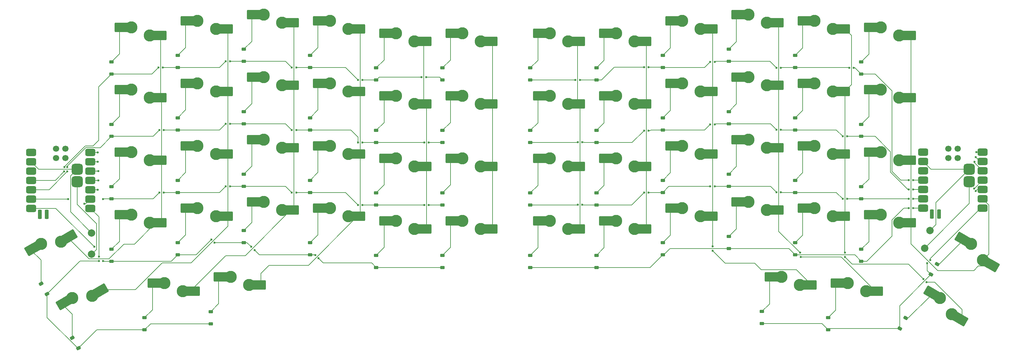
<source format=gbr>
%TF.GenerationSoftware,KiCad,Pcbnew,9.0.6*%
%TF.CreationDate,2025-12-03T21:27:50-05:00*%
%TF.ProjectId,VoyagerSplitKicad,566f7961-6765-4725-9370-6c69744b6963,rev?*%
%TF.SameCoordinates,Original*%
%TF.FileFunction,Copper,L2,Bot*%
%TF.FilePolarity,Positive*%
%FSLAX46Y46*%
G04 Gerber Fmt 4.6, Leading zero omitted, Abs format (unit mm)*
G04 Created by KiCad (PCBNEW 9.0.6) date 2025-12-03 21:27:50*
%MOMM*%
%LPD*%
G01*
G04 APERTURE LIST*
G04 Aperture macros list*
%AMRoundRect*
0 Rectangle with rounded corners*
0 $1 Rounding radius*
0 $2 $3 $4 $5 $6 $7 $8 $9 X,Y pos of 4 corners*
0 Add a 4 corners polygon primitive as box body*
4,1,4,$2,$3,$4,$5,$6,$7,$8,$9,$2,$3,0*
0 Add four circle primitives for the rounded corners*
1,1,$1+$1,$2,$3*
1,1,$1+$1,$4,$5*
1,1,$1+$1,$6,$7*
1,1,$1+$1,$8,$9*
0 Add four rect primitives between the rounded corners*
20,1,$1+$1,$2,$3,$4,$5,0*
20,1,$1+$1,$4,$5,$6,$7,0*
20,1,$1+$1,$6,$7,$8,$9,0*
20,1,$1+$1,$8,$9,$2,$3,0*%
%AMRotRect*
0 Rectangle, with rotation*
0 The origin of the aperture is its center*
0 $1 length*
0 $2 width*
0 $3 Rotation angle, in degrees counterclockwise*
0 Add horizontal line*
21,1,$1,$2,0,0,$3*%
G04 Aperture macros list end*
%TA.AperFunction,ComponentPad*%
%ADD10C,3.300000*%
%TD*%
%TA.AperFunction,SMDPad,CuDef*%
%ADD11R,1.200000X2.600000*%
%TD*%
%TA.AperFunction,SMDPad,CuDef*%
%ADD12RoundRect,0.260000X-1.065000X-1.040000X1.065000X-1.040000X1.065000X1.040000X-1.065000X1.040000X0*%
%TD*%
%TA.AperFunction,SMDPad,CuDef*%
%ADD13RoundRect,0.500000X0.875000X0.500000X-0.875000X0.500000X-0.875000X-0.500000X0.875000X-0.500000X0*%
%TD*%
%TA.AperFunction,ComponentPad*%
%ADD14RoundRect,0.750000X-0.750000X-0.750000X0.750000X-0.750000X0.750000X0.750000X-0.750000X0.750000X0*%
%TD*%
%TA.AperFunction,SMDPad,CuDef*%
%ADD15RoundRect,0.275000X-0.275000X0.975000X-0.275000X-0.975000X0.275000X-0.975000X0.275000X0.975000X0*%
%TD*%
%TA.AperFunction,SMDPad,CuDef*%
%ADD16C,1.700000*%
%TD*%
%TA.AperFunction,SMDPad,CuDef*%
%ADD17RoundRect,0.225000X0.375000X-0.225000X0.375000X0.225000X-0.375000X0.225000X-0.375000X-0.225000X0*%
%TD*%
%TA.AperFunction,SMDPad,CuDef*%
%ADD18C,2.000000*%
%TD*%
%TA.AperFunction,SMDPad,CuDef*%
%ADD19RotRect,1.200000X2.600000X330.000000*%
%TD*%
%TA.AperFunction,SMDPad,CuDef*%
%ADD20RoundRect,0.260000X-1.442317X-0.368166X0.402317X-1.433166X1.442317X0.368166X-0.402317X1.433166X0*%
%TD*%
%TA.AperFunction,SMDPad,CuDef*%
%ADD21RotRect,1.200000X2.600000X150.000000*%
%TD*%
%TA.AperFunction,SMDPad,CuDef*%
%ADD22RotRect,1.200000X2.600000X30.000000*%
%TD*%
%TA.AperFunction,SMDPad,CuDef*%
%ADD23RoundRect,0.260000X-0.402317X-1.433166X1.442317X-0.368166X0.402317X1.433166X-1.442317X0.368166X0*%
%TD*%
%TA.AperFunction,SMDPad,CuDef*%
%ADD24RotRect,1.200000X2.600000X210.000000*%
%TD*%
%TA.AperFunction,SMDPad,CuDef*%
%ADD25RoundRect,0.225000X0.437260X-0.007356X0.212260X0.382356X-0.437260X0.007356X-0.212260X-0.382356X0*%
%TD*%
%TA.AperFunction,SMDPad,CuDef*%
%ADD26RoundRect,0.225000X0.212260X-0.382356X0.437260X0.007356X-0.212260X0.382356X-0.437260X-0.007356X0*%
%TD*%
%TA.AperFunction,ViaPad*%
%ADD27C,0.600000*%
%TD*%
%TA.AperFunction,Conductor*%
%ADD28C,0.200000*%
%TD*%
G04 APERTURE END LIST*
D10*
%TO.P,SW27,1,1*%
%TO.N,/right/COL2*%
X154400000Y-130500000D03*
D11*
X155950000Y-130500000D03*
D12*
X157645000Y-130500000D03*
%TO.P,SW27,2,2*%
%TO.N,Net-(D27-A)*%
X146155000Y-128300000D03*
D11*
X147850000Y-128300000D03*
D10*
X149400000Y-128300000D03*
%TD*%
D13*
%TO.P,U1,1,P0.02_A0_D0*%
%TO.N,/left/COL0*%
X326896500Y-130041300D03*
%TO.P,U1,2,P0.03_A1_D1*%
%TO.N,/left/COL1*%
X326896500Y-132581300D03*
%TO.P,U1,3,P0.28_A2_D2*%
%TO.N,/left/COL2*%
X326896500Y-135121300D03*
%TO.P,U1,4,P0.29_A3_D3*%
%TO.N,/left/COL3*%
X326896500Y-137661300D03*
%TO.P,U1,5,P0.04_A4_D4_SDA*%
%TO.N,/left/COL4*%
X326896500Y-140201300D03*
%TO.P,U1,6,P0.05_A5_D5_SCL*%
%TO.N,/left/COL5*%
X326896500Y-142741300D03*
%TO.P,U1,7,P1.11_D6_TX*%
%TO.N,/left/ROW4*%
X326896500Y-145281300D03*
%TO.P,U1,8,P1.12_D7_RX*%
%TO.N,/left/ROW3*%
X310731500Y-145281300D03*
%TO.P,U1,9,P1.13_D8_SCK*%
%TO.N,/left/ROW2*%
X310731500Y-142741300D03*
%TO.P,U1,10,P1.14_D9_MISO*%
%TO.N,/left/ROW1*%
X310731500Y-140201300D03*
%TO.P,U1,11,P1.15_D10_MOSI*%
%TO.N,/left/ROW0*%
X310731500Y-137661300D03*
%TO.P,U1,12,3V3*%
%TO.N,unconnected-(U1-3V3-Pad12)*%
X310731500Y-135121300D03*
%TO.P,U1,13,GND*%
%TO.N,GND*%
X310731500Y-132581300D03*
%TO.P,U1,14,5V*%
%TO.N,unconnected-(U1-5V-Pad14)*%
X310731500Y-130041300D03*
D14*
%TO.P,U1,15,BAT*%
%TO.N,/left/VBAT*%
X323286500Y-138061300D03*
%TO.P,U1,16,GND*%
%TO.N,GND*%
X323286500Y-134661300D03*
D15*
%TO.P,U1,17,NFC1*%
%TO.N,unconnected-(U1-NFC1-Pad17)*%
X315031500Y-146898200D03*
%TO.P,U1,18,NFC2*%
%TO.N,unconnected-(U1-NFC2-Pad18)*%
X313126500Y-146898200D03*
D16*
%TO.P,U1,19,PA31_SWDIO*%
%TO.N,unconnected-(U1-PA31_SWDIO-Pad19)*%
X320111500Y-129092800D03*
%TO.P,U1,20,PA30_SWCLK*%
%TO.N,unconnected-(U1-PA30_SWCLK-Pad20)*%
X317571500Y-129092800D03*
%TO.P,U1,21,RESET*%
%TO.N,unconnected-(U1-RESET-Pad21)*%
X320111500Y-131632800D03*
%TO.P,U1,22,GND*%
%TO.N,unconnected-(U1-GND-Pad22)*%
X317571500Y-131632800D03*
%TD*%
D17*
%TO.P,D57,1,K*%
%TO.N,/right/ROW4*%
X117001002Y-176750000D03*
%TO.P,D57,2,A*%
%TO.N,Net-(D57-A)*%
X117001002Y-173450000D03*
%TD*%
D18*
%TO.P,TP4,1,1*%
%TO.N,GND*%
X84600000Y-152000000D03*
%TD*%
D10*
%TO.P,SW17,1,1*%
%TO.N,/left/COL2*%
X250201000Y-96499500D03*
D11*
X251751000Y-96499500D03*
D12*
X253446000Y-96499500D03*
%TO.P,SW17,2,2*%
%TO.N,Net-(D17-A)*%
X241956000Y-94299500D03*
D11*
X243651000Y-94299500D03*
D10*
X245201000Y-94299500D03*
%TD*%
%TO.P,SW15,1,1*%
%TO.N,/right/COL1*%
X172400000Y-133900000D03*
D11*
X173950000Y-133900000D03*
D12*
X175645000Y-133900000D03*
%TO.P,SW15,2,2*%
%TO.N,Net-(D15-A)*%
X164155000Y-131700000D03*
D11*
X165850000Y-131700000D03*
D10*
X167400000Y-131700000D03*
%TD*%
%TO.P,SW25,1,1*%
%TO.N,/right/COL2*%
X154400000Y-96500000D03*
D11*
X155950000Y-96500000D03*
D12*
X157645000Y-96500000D03*
%TO.P,SW25,2,2*%
%TO.N,Net-(D25-A)*%
X146155000Y-94300000D03*
D11*
X147850000Y-94300000D03*
D10*
X149400000Y-94300000D03*
%TD*%
D17*
%TO.P,D24,1,K*%
%TO.N,/left/ROW3*%
X257901000Y-156299500D03*
%TO.P,D24,2,A*%
%TO.N,Net-(D24-A)*%
X257901000Y-152999500D03*
%TD*%
%TO.P,D41,1,K*%
%TO.N,/right/ROW0*%
X108000000Y-107000000D03*
%TO.P,D41,2,A*%
%TO.N,Net-(D41-A)*%
X108000000Y-103700000D03*
%TD*%
D10*
%TO.P,SW53,1,1*%
%TO.N,/left/COL4*%
X318506127Y-174101905D03*
D19*
X319848466Y-174876905D03*
D20*
X321316379Y-175724405D03*
%TO.P,SW53,2,2*%
%TO.N,Net-(D53-A)*%
X312465748Y-168074149D03*
D21*
X313933661Y-168921649D03*
D10*
X315276000Y-169696649D03*
%TD*%
%TO.P,SW46,1,1*%
%TO.N,/right/COL5*%
X100400002Y-115250000D03*
D11*
X101950002Y-115250000D03*
D12*
X103645002Y-115250000D03*
%TO.P,SW46,2,2*%
%TO.N,Net-(D46-A)*%
X92155002Y-113050000D03*
D11*
X93850002Y-113050000D03*
D10*
X95400002Y-113050000D03*
%TD*%
%TO.P,SW18,1,1*%
%TO.N,/left/COL2*%
X250201000Y-113499500D03*
D11*
X251751000Y-113499500D03*
D12*
X253446000Y-113499500D03*
%TO.P,SW18,2,2*%
%TO.N,Net-(D18-A)*%
X241956000Y-111299500D03*
D11*
X243651000Y-111299500D03*
D10*
X245201000Y-111299500D03*
%TD*%
D17*
%TO.P,D20,1,K*%
%TO.N,/left/ROW3*%
X239901000Y-157999500D03*
%TO.P,D20,2,A*%
%TO.N,Net-(D20-A)*%
X239901000Y-154699500D03*
%TD*%
D10*
%TO.P,SW40,1,1*%
%TO.N,/left/COL5*%
X304201000Y-149249500D03*
D11*
X305751000Y-149249500D03*
D12*
X307446000Y-149249500D03*
%TO.P,SW40,2,2*%
%TO.N,Net-(D40-A)*%
X295956000Y-147049500D03*
D11*
X297651000Y-147049500D03*
D10*
X299201000Y-147049500D03*
%TD*%
D17*
%TO.P,D37,1,K*%
%TO.N,/left/ROW0*%
X293901000Y-108749500D03*
%TO.P,D37,2,A*%
%TO.N,Net-(D37-A)*%
X293901000Y-105449500D03*
%TD*%
%TO.P,D39,1,K*%
%TO.N,/left/ROW2*%
X293901000Y-142749500D03*
%TO.P,D39,2,A*%
%TO.N,Net-(D39-A)*%
X293901000Y-139449500D03*
%TD*%
D10*
%TO.P,SW44,1,1*%
%TO.N,/right/COL4*%
X118400000Y-147500000D03*
D11*
X119950000Y-147500000D03*
D12*
X121645000Y-147500000D03*
%TO.P,SW44,2,2*%
%TO.N,Net-(D44-A)*%
X110155000Y-145300000D03*
D11*
X111850000Y-145300000D03*
D10*
X113400000Y-145300000D03*
%TD*%
%TO.P,SW38,1,1*%
%TO.N,/left/COL5*%
X304201000Y-115249500D03*
D11*
X305751000Y-115249500D03*
D12*
X307446000Y-115249500D03*
%TO.P,SW38,2,2*%
%TO.N,Net-(D38-A)*%
X295956000Y-113049500D03*
D11*
X297651000Y-113049500D03*
D10*
X299201000Y-113049500D03*
%TD*%
D17*
%TO.P,D16,1,K*%
%TO.N,/right/ROW3*%
X162000000Y-161400000D03*
%TO.P,D16,2,A*%
%TO.N,Net-(D16-A)*%
X162000000Y-158100000D03*
%TD*%
%TO.P,D44,1,K*%
%TO.N,/right/ROW3*%
X108000000Y-158000000D03*
%TO.P,D44,2,A*%
%TO.N,Net-(D44-A)*%
X108000000Y-154700000D03*
%TD*%
D10*
%TO.P,SW60,1,1*%
%TO.N,/right/COL5*%
X76254127Y-154378972D03*
D22*
X77596466Y-153603972D03*
D23*
X79064379Y-152756472D03*
%TO.P,SW60,2,2*%
%TO.N,Net-(D60-A)*%
X68013748Y-156596216D03*
D24*
X69481661Y-155748716D03*
D10*
X70824000Y-154973716D03*
%TD*%
D17*
%TO.P,D21,1,K*%
%TO.N,/left/ROW0*%
X257901000Y-105299500D03*
%TO.P,D21,2,A*%
%TO.N,Net-(D21-A)*%
X257901000Y-101999500D03*
%TD*%
D10*
%TO.P,SW58,1,1*%
%TO.N,/right/COL3*%
X109401000Y-167900000D03*
D11*
X110951000Y-167900000D03*
D12*
X112646000Y-167900000D03*
%TO.P,SW58,2,2*%
%TO.N,Net-(D58-A)*%
X101156000Y-165700000D03*
D11*
X102851000Y-165700000D03*
D10*
X104401000Y-165700000D03*
%TD*%
%TO.P,SW11,1,1*%
%TO.N,/left/COL1*%
X232201000Y-133899500D03*
D11*
X233751000Y-133899500D03*
D12*
X235446000Y-133899500D03*
%TO.P,SW11,2,2*%
%TO.N,Net-(D11-A)*%
X223956000Y-131699500D03*
D11*
X225651000Y-131699500D03*
D10*
X227201000Y-131699500D03*
%TD*%
D17*
%TO.P,D4,1,K*%
%TO.N,/right/ROW0*%
X162000000Y-110400000D03*
%TO.P,D4,2,A*%
%TO.N,Net-(D4-A)*%
X162000000Y-107100000D03*
%TD*%
%TO.P,D14,1,K*%
%TO.N,/right/ROW3*%
X180000000Y-161400000D03*
%TO.P,D14,2,A*%
%TO.N,Net-(D14-A)*%
X180000000Y-158100000D03*
%TD*%
D10*
%TO.P,SW42,1,1*%
%TO.N,/right/COL4*%
X118400000Y-113500000D03*
D11*
X119950000Y-113500000D03*
D12*
X121645000Y-113500000D03*
%TO.P,SW42,2,2*%
%TO.N,Net-(D42-A)*%
X110155000Y-111300000D03*
D11*
X111850000Y-111300000D03*
D10*
X113400000Y-111300000D03*
%TD*%
%TO.P,SW41,1,1*%
%TO.N,/right/COL4*%
X118400000Y-96500000D03*
D11*
X119950000Y-96500000D03*
D12*
X121645000Y-96500000D03*
%TO.P,SW41,2,2*%
%TO.N,Net-(D41-A)*%
X110155000Y-94300000D03*
D11*
X111850000Y-94300000D03*
D10*
X113400000Y-94300000D03*
%TD*%
%TO.P,SW51,1,1*%
%TO.N,/left/COL2*%
X277189141Y-166199500D03*
D11*
X278739141Y-166199500D03*
D12*
X280434141Y-166199500D03*
%TO.P,SW51,2,2*%
%TO.N,Net-(D51-A)*%
X268944141Y-163999500D03*
D11*
X270639141Y-163999500D03*
D10*
X272189141Y-163999500D03*
%TD*%
%TO.P,SW43,1,1*%
%TO.N,/right/COL4*%
X118400000Y-130500000D03*
D11*
X119950000Y-130500000D03*
D12*
X121645000Y-130500000D03*
%TO.P,SW43,2,2*%
%TO.N,Net-(D43-A)*%
X110155000Y-128300000D03*
D11*
X111850000Y-128300000D03*
D10*
X113400000Y-128300000D03*
%TD*%
D17*
%TO.P,D32,1,K*%
%TO.N,/right/ROW3*%
X126000002Y-154650000D03*
%TO.P,D32,2,A*%
%TO.N,Net-(D32-A)*%
X126000002Y-151350000D03*
%TD*%
%TO.P,D29,1,K*%
%TO.N,/right/ROW0*%
X126000000Y-105300000D03*
%TO.P,D29,2,A*%
%TO.N,Net-(D29-A)*%
X126000000Y-102000000D03*
%TD*%
%TO.P,D3,1,K*%
%TO.N,/left/ROW0*%
X221901000Y-110399500D03*
%TO.P,D3,2,A*%
%TO.N,Net-(D3-A)*%
X221901000Y-107099500D03*
%TD*%
D10*
%TO.P,SW1,1,1*%
%TO.N,/left/COL0*%
X214201000Y-99899500D03*
D11*
X215751000Y-99899500D03*
D12*
X217446000Y-99899500D03*
%TO.P,SW1,2,2*%
%TO.N,Net-(D1-A)*%
X205956000Y-97699500D03*
D11*
X207651000Y-97699500D03*
D10*
X209201000Y-97699500D03*
%TD*%
%TO.P,SW29,1,1*%
%TO.N,/right/COL3*%
X136400000Y-94800000D03*
D11*
X137950000Y-94800000D03*
D12*
X139645000Y-94800000D03*
%TO.P,SW29,2,2*%
%TO.N,Net-(D29-A)*%
X128155000Y-92600000D03*
D11*
X129850000Y-92600000D03*
D10*
X131400000Y-92600000D03*
%TD*%
D17*
%TO.P,D52,1,K*%
%TO.N,/left/ROW4*%
X284889141Y-178399500D03*
%TO.P,D52,2,A*%
%TO.N,Net-(D52-A)*%
X284889141Y-175099500D03*
%TD*%
D10*
%TO.P,SW19,1,1*%
%TO.N,/left/COL2*%
X250201000Y-130499500D03*
D11*
X251751000Y-130499500D03*
D12*
X253446000Y-130499500D03*
%TO.P,SW19,2,2*%
%TO.N,Net-(D19-A)*%
X241956000Y-128299500D03*
D11*
X243651000Y-128299500D03*
D10*
X245201000Y-128299500D03*
%TD*%
%TO.P,SW21,1,1*%
%TO.N,/left/COL3*%
X268200000Y-94798500D03*
D11*
X269750000Y-94798500D03*
D12*
X271445000Y-94798500D03*
%TO.P,SW21,2,2*%
%TO.N,Net-(D21-A)*%
X259955000Y-92598500D03*
D11*
X261650000Y-92598500D03*
D10*
X263200000Y-92598500D03*
%TD*%
D17*
%TO.P,D35,1,K*%
%TO.N,/left/ROW2*%
X275901000Y-140999500D03*
%TO.P,D35,2,A*%
%TO.N,Net-(D35-A)*%
X275901000Y-137699500D03*
%TD*%
D10*
%TO.P,SW59,1,1*%
%TO.N,/right/COL4*%
X84754127Y-169101405D03*
D22*
X86096466Y-168326405D03*
D23*
X87564379Y-167478905D03*
%TO.P,SW59,2,2*%
%TO.N,Net-(D59-A)*%
X76513748Y-171318649D03*
D24*
X77981661Y-170471149D03*
D10*
X79324000Y-169696149D03*
%TD*%
D17*
%TO.P,D27,1,K*%
%TO.N,/right/ROW2*%
X144000000Y-141000000D03*
%TO.P,D27,2,A*%
%TO.N,Net-(D27-A)*%
X144000000Y-137700000D03*
%TD*%
%TO.P,D47,1,K*%
%TO.N,/right/ROW2*%
X90000002Y-142750000D03*
%TO.P,D47,2,A*%
%TO.N,Net-(D47-A)*%
X90000002Y-139450000D03*
%TD*%
D10*
%TO.P,SW12,1,1*%
%TO.N,/left/COL1*%
X232201000Y-150899500D03*
D11*
X233751000Y-150899500D03*
D12*
X235446000Y-150899500D03*
%TO.P,SW12,2,2*%
%TO.N,Net-(D12-A)*%
X223956000Y-148699500D03*
D11*
X225651000Y-148699500D03*
D10*
X227201000Y-148699500D03*
%TD*%
%TO.P,SW57,1,1*%
%TO.N,/right/COL2*%
X127401000Y-166200000D03*
D11*
X128951000Y-166200000D03*
D12*
X130646000Y-166200000D03*
%TO.P,SW57,2,2*%
%TO.N,Net-(D57-A)*%
X119156000Y-164000000D03*
D11*
X120851000Y-164000000D03*
D10*
X122401000Y-164000000D03*
%TD*%
%TO.P,SW45,1,1*%
%TO.N,/right/COL5*%
X100400002Y-98250000D03*
D11*
X101950002Y-98250000D03*
D12*
X103645002Y-98250000D03*
%TO.P,SW45,2,2*%
%TO.N,Net-(D45-A)*%
X92155002Y-96050000D03*
D11*
X93850002Y-96050000D03*
D10*
X95400002Y-96050000D03*
%TD*%
D17*
%TO.P,D30,1,K*%
%TO.N,/right/ROW1*%
X126000000Y-122300000D03*
%TO.P,D30,2,A*%
%TO.N,Net-(D30-A)*%
X126000000Y-119000000D03*
%TD*%
%TO.P,D31,1,K*%
%TO.N,/right/ROW2*%
X126000000Y-139300000D03*
%TO.P,D31,2,A*%
%TO.N,Net-(D31-A)*%
X126000000Y-136000000D03*
%TD*%
D10*
%TO.P,SW33,1,1*%
%TO.N,/left/COL4*%
X286201000Y-96499500D03*
D11*
X287751000Y-96499500D03*
D12*
X289446000Y-96499500D03*
%TO.P,SW33,2,2*%
%TO.N,Net-(D33-A)*%
X277956000Y-94299500D03*
D11*
X279651000Y-94299500D03*
D10*
X281201000Y-94299500D03*
%TD*%
%TO.P,SW34,1,1*%
%TO.N,/left/COL4*%
X286201000Y-113499500D03*
D11*
X287751000Y-113499500D03*
D12*
X289446000Y-113499500D03*
%TO.P,SW34,2,2*%
%TO.N,Net-(D34-A)*%
X277956000Y-111299500D03*
D11*
X279651000Y-111299500D03*
D10*
X281201000Y-111299500D03*
%TD*%
D17*
%TO.P,D38,1,K*%
%TO.N,/left/ROW1*%
X293901000Y-125749500D03*
%TO.P,D38,2,A*%
%TO.N,Net-(D38-A)*%
X293901000Y-122449500D03*
%TD*%
D10*
%TO.P,SW39,1,1*%
%TO.N,/left/COL5*%
X304201000Y-132249500D03*
D11*
X305751000Y-132249500D03*
D12*
X307446000Y-132249500D03*
%TO.P,SW39,2,2*%
%TO.N,Net-(D39-A)*%
X295956000Y-130049500D03*
D11*
X297651000Y-130049500D03*
D10*
X299201000Y-130049500D03*
%TD*%
D18*
%TO.P,TP2,1,1*%
%TO.N,/right/VBAT*%
X84600000Y-157800000D03*
%TD*%
D17*
%TO.P,D51,1,K*%
%TO.N,/left/ROW4*%
X266889141Y-176699500D03*
%TO.P,D51,2,A*%
%TO.N,Net-(D51-A)*%
X266889141Y-173399500D03*
%TD*%
%TO.P,D23,1,K*%
%TO.N,/left/ROW2*%
X257901000Y-139299500D03*
%TO.P,D23,2,A*%
%TO.N,Net-(D23-A)*%
X257901000Y-135999500D03*
%TD*%
%TO.P,D33,1,K*%
%TO.N,/left/ROW0*%
X275901000Y-106999500D03*
%TO.P,D33,2,A*%
%TO.N,Net-(D33-A)*%
X275901000Y-103699500D03*
%TD*%
D10*
%TO.P,SW37,1,1*%
%TO.N,/left/COL5*%
X304201000Y-98249500D03*
D11*
X305751000Y-98249500D03*
D12*
X307446000Y-98249500D03*
%TO.P,SW37,2,2*%
%TO.N,Net-(D37-A)*%
X295956000Y-96049500D03*
D11*
X297651000Y-96049500D03*
D10*
X299201000Y-96049500D03*
%TD*%
D17*
%TO.P,D7,1,K*%
%TO.N,/right/ROW1*%
X180000000Y-127400000D03*
%TO.P,D7,2,A*%
%TO.N,Net-(D7-A)*%
X180000000Y-124100000D03*
%TD*%
%TO.P,D22,1,K*%
%TO.N,/left/ROW1*%
X257901000Y-122299500D03*
%TO.P,D22,2,A*%
%TO.N,Net-(D22-A)*%
X257901000Y-118999500D03*
%TD*%
D10*
%TO.P,SW16,1,1*%
%TO.N,/right/COL1*%
X172400000Y-150900000D03*
D11*
X173950000Y-150900000D03*
D12*
X175645000Y-150900000D03*
%TO.P,SW16,2,2*%
%TO.N,Net-(D16-A)*%
X164155000Y-148700000D03*
D11*
X165850000Y-148700000D03*
D10*
X167400000Y-148700000D03*
%TD*%
D17*
%TO.P,D46,1,K*%
%TO.N,/right/ROW1*%
X90000002Y-125750000D03*
%TO.P,D46,2,A*%
%TO.N,Net-(D46-A)*%
X90000002Y-122450000D03*
%TD*%
%TO.P,D34,1,K*%
%TO.N,/left/ROW1*%
X275901000Y-123999500D03*
%TO.P,D34,2,A*%
%TO.N,Net-(D34-A)*%
X275901000Y-120699500D03*
%TD*%
D18*
%TO.P,TP1,1,1*%
%TO.N,/left/VBAT*%
X311101000Y-156149500D03*
%TD*%
D17*
%TO.P,D10,1,K*%
%TO.N,/left/ROW3*%
X203901000Y-161399500D03*
%TO.P,D10,2,A*%
%TO.N,Net-(D10-A)*%
X203901000Y-158099500D03*
%TD*%
%TO.P,D8,1,K*%
%TO.N,/right/ROW1*%
X162000000Y-127400000D03*
%TO.P,D8,2,A*%
%TO.N,Net-(D8-A)*%
X162000000Y-124100000D03*
%TD*%
D13*
%TO.P,U2,1,P0.02_A0_D0*%
%TO.N,/right/COL0*%
X84270000Y-130080000D03*
%TO.P,U2,2,P0.03_A1_D1*%
%TO.N,/right/COL1*%
X84270000Y-132620000D03*
%TO.P,U2,3,P0.28_A2_D2*%
%TO.N,/right/COL2*%
X84270000Y-135160000D03*
%TO.P,U2,4,P0.29_A3_D3*%
%TO.N,/right/COL3*%
X84270000Y-137700000D03*
%TO.P,U2,5,P0.04_A4_D4_SDA*%
%TO.N,/right/COL4*%
X84270000Y-140240000D03*
%TO.P,U2,6,P0.05_A5_D5_SCL*%
%TO.N,/right/COL5*%
X84270000Y-142780000D03*
%TO.P,U2,7,P1.11_D6_TX*%
%TO.N,/right/ROW4*%
X84270000Y-145320000D03*
%TO.P,U2,8,P1.12_D7_RX*%
%TO.N,/right/ROW3*%
X68105000Y-145320000D03*
%TO.P,U2,9,P1.13_D8_SCK*%
%TO.N,/right/ROW2*%
X68105000Y-142780000D03*
%TO.P,U2,10,P1.14_D9_MISO*%
%TO.N,/right/ROW1*%
X68105000Y-140240000D03*
%TO.P,U2,11,P1.15_D10_MOSI*%
%TO.N,/right/ROW0*%
X68105000Y-137700000D03*
%TO.P,U2,12,3V3*%
%TO.N,unconnected-(U2-3V3-Pad12)*%
X68105000Y-135160000D03*
%TO.P,U2,13,GND*%
%TO.N,GND*%
X68105000Y-132620000D03*
%TO.P,U2,14,5V*%
%TO.N,unconnected-(U2-5V-Pad14)*%
X68105000Y-130080000D03*
D14*
%TO.P,U2,15,BAT*%
%TO.N,/right/VBAT*%
X80660000Y-138100000D03*
%TO.P,U2,16,GND*%
%TO.N,GND*%
X80660000Y-134700000D03*
D15*
%TO.P,U2,17,NFC1*%
%TO.N,unconnected-(U2-NFC1-Pad17)*%
X72405000Y-146936900D03*
%TO.P,U2,18,NFC2*%
%TO.N,unconnected-(U2-NFC2-Pad18)*%
X70500000Y-146936900D03*
D16*
%TO.P,U2,19,PA31_SWDIO*%
%TO.N,unconnected-(U2-PA31_SWDIO-Pad19)*%
X77485000Y-129131500D03*
%TO.P,U2,20,PA30_SWCLK*%
%TO.N,unconnected-(U2-PA30_SWCLK-Pad20)*%
X74945000Y-129131500D03*
%TO.P,U2,21,RESET*%
%TO.N,unconnected-(U2-RESET-Pad21)*%
X77485000Y-131671500D03*
%TO.P,U2,22,GND*%
%TO.N,unconnected-(U2-GND-Pad22)*%
X74945000Y-131671500D03*
%TD*%
D18*
%TO.P,TP3,1,1*%
%TO.N,GND*%
X312601000Y-151349500D03*
%TD*%
D17*
%TO.P,D26,1,K*%
%TO.N,/right/ROW1*%
X144000000Y-124000000D03*
%TO.P,D26,2,A*%
%TO.N,Net-(D26-A)*%
X144000000Y-120700000D03*
%TD*%
%TO.P,D11,1,K*%
%TO.N,/left/ROW2*%
X221901000Y-144399500D03*
%TO.P,D11,2,A*%
%TO.N,Net-(D11-A)*%
X221901000Y-141099500D03*
%TD*%
D10*
%TO.P,SW6,1,1*%
%TO.N,/left/COL1*%
X232201000Y-116899500D03*
D11*
X233751000Y-116899500D03*
D12*
X235446000Y-116899500D03*
%TO.P,SW6,2,2*%
%TO.N,Net-(D6-A)*%
X223956000Y-114699500D03*
D11*
X225651000Y-114699500D03*
D10*
X227201000Y-114699500D03*
%TD*%
%TO.P,SW4,1,1*%
%TO.N,/right/COL1*%
X172400000Y-99900000D03*
D11*
X173950000Y-99900000D03*
D12*
X175645000Y-99900000D03*
%TO.P,SW4,2,2*%
%TO.N,Net-(D4-A)*%
X164155000Y-97700000D03*
D11*
X165850000Y-97700000D03*
D10*
X167400000Y-97700000D03*
%TD*%
D17*
%TO.P,D13,1,K*%
%TO.N,/right/ROW2*%
X180000000Y-144400000D03*
%TO.P,D13,2,A*%
%TO.N,Net-(D13-A)*%
X180000000Y-141100000D03*
%TD*%
D10*
%TO.P,SW8,1,1*%
%TO.N,/right/COL1*%
X172400000Y-116900000D03*
D11*
X173950000Y-116900000D03*
D12*
X175645000Y-116900000D03*
%TO.P,SW8,2,2*%
%TO.N,Net-(D8-A)*%
X164155000Y-114700000D03*
D11*
X165850000Y-114700000D03*
D10*
X167400000Y-114700000D03*
%TD*%
D17*
%TO.P,D28,1,K*%
%TO.N,/right/ROW3*%
X144000000Y-158000000D03*
%TO.P,D28,2,A*%
%TO.N,Net-(D28-A)*%
X144000000Y-154700000D03*
%TD*%
D10*
%TO.P,SW48,1,1*%
%TO.N,/right/COL5*%
X100400002Y-149250000D03*
D11*
X101950002Y-149250000D03*
D12*
X103645002Y-149250000D03*
%TO.P,SW48,2,2*%
%TO.N,Net-(D48-A)*%
X92155002Y-147050000D03*
D11*
X93850002Y-147050000D03*
D10*
X95400002Y-147050000D03*
%TD*%
D17*
%TO.P,D15,1,K*%
%TO.N,/right/ROW2*%
X162000000Y-144400000D03*
%TO.P,D15,2,A*%
%TO.N,Net-(D15-A)*%
X162000000Y-141100000D03*
%TD*%
%TO.P,D25,1,K*%
%TO.N,/right/ROW0*%
X144000000Y-107000000D03*
%TO.P,D25,2,A*%
%TO.N,Net-(D25-A)*%
X144000000Y-103700000D03*
%TD*%
D25*
%TO.P,D59,1,K*%
%TO.N,/right/ROW4*%
X80997463Y-183394672D03*
%TO.P,D59,2,A*%
%TO.N,Net-(D59-A)*%
X79347463Y-180536788D03*
%TD*%
%TO.P,D60,1,K*%
%TO.N,/right/ROW4*%
X72497464Y-168672239D03*
%TO.P,D60,2,A*%
%TO.N,Net-(D60-A)*%
X70847464Y-165814355D03*
%TD*%
D10*
%TO.P,SW9,1,1*%
%TO.N,/left/COL0*%
X214201000Y-133899500D03*
D11*
X215751000Y-133899500D03*
D12*
X217446000Y-133899500D03*
%TO.P,SW9,2,2*%
%TO.N,Net-(D9-A)*%
X205956000Y-131699500D03*
D11*
X207651000Y-131699500D03*
D10*
X209201000Y-131699500D03*
%TD*%
%TO.P,SW47,1,1*%
%TO.N,/right/COL5*%
X100400002Y-132250000D03*
D11*
X101950002Y-132250000D03*
D12*
X103645002Y-132250000D03*
%TO.P,SW47,2,2*%
%TO.N,Net-(D47-A)*%
X92155002Y-130050000D03*
D11*
X93850002Y-130050000D03*
D10*
X95400002Y-130050000D03*
%TD*%
D17*
%TO.P,D17,1,K*%
%TO.N,/left/ROW0*%
X239901000Y-106999500D03*
%TO.P,D17,2,A*%
%TO.N,Net-(D17-A)*%
X239901000Y-103699500D03*
%TD*%
D10*
%TO.P,SW24,1,1*%
%TO.N,/left/COL3*%
X268201000Y-145799500D03*
D11*
X269751000Y-145799500D03*
D12*
X271446000Y-145799500D03*
%TO.P,SW24,2,2*%
%TO.N,Net-(D24-A)*%
X259956000Y-143599500D03*
D11*
X261651000Y-143599500D03*
D10*
X263201000Y-143599500D03*
%TD*%
D17*
%TO.P,D18,1,K*%
%TO.N,/left/ROW1*%
X239901000Y-123999500D03*
%TO.P,D18,2,A*%
%TO.N,Net-(D18-A)*%
X239901000Y-120699500D03*
%TD*%
%TO.P,D48,1,K*%
%TO.N,/right/ROW3*%
X90000002Y-159750000D03*
%TO.P,D48,2,A*%
%TO.N,Net-(D48-A)*%
X90000002Y-156450000D03*
%TD*%
D10*
%TO.P,SW31,1,1*%
%TO.N,/right/COL3*%
X136400000Y-128800000D03*
D11*
X137950000Y-128800000D03*
D12*
X139645000Y-128800000D03*
%TO.P,SW31,2,2*%
%TO.N,Net-(D31-A)*%
X128155000Y-126600000D03*
D11*
X129850000Y-126600000D03*
D10*
X131400000Y-126600000D03*
%TD*%
%TO.P,SW5,1,1*%
%TO.N,/left/COL0*%
X214201000Y-116899500D03*
D11*
X215751000Y-116899500D03*
D12*
X217446000Y-116899500D03*
%TO.P,SW5,2,2*%
%TO.N,Net-(D5-A)*%
X205956000Y-114699500D03*
D11*
X207651000Y-114699500D03*
D10*
X209201000Y-114699500D03*
%TD*%
%TO.P,SW22,1,1*%
%TO.N,/left/COL3*%
X268201000Y-111799500D03*
D11*
X269751000Y-111799500D03*
D12*
X271446000Y-111799500D03*
%TO.P,SW22,2,2*%
%TO.N,Net-(D22-A)*%
X259956000Y-109599500D03*
D11*
X261651000Y-109599500D03*
D10*
X263201000Y-109599500D03*
%TD*%
D17*
%TO.P,D45,1,K*%
%TO.N,/right/ROW0*%
X90000002Y-108750000D03*
%TO.P,D45,2,A*%
%TO.N,Net-(D45-A)*%
X90000002Y-105450000D03*
%TD*%
D10*
%TO.P,SW35,1,1*%
%TO.N,/left/COL4*%
X286201000Y-130499500D03*
D11*
X287751000Y-130499500D03*
D12*
X289446000Y-130499500D03*
%TO.P,SW35,2,2*%
%TO.N,Net-(D35-A)*%
X277956000Y-128299500D03*
D11*
X279651000Y-128299500D03*
D10*
X281201000Y-128299500D03*
%TD*%
%TO.P,SW30,1,1*%
%TO.N,/right/COL3*%
X136400000Y-111800000D03*
D11*
X137950000Y-111800000D03*
D12*
X139645000Y-111800000D03*
%TO.P,SW30,2,2*%
%TO.N,Net-(D30-A)*%
X128155000Y-109600000D03*
D11*
X129850000Y-109600000D03*
D10*
X131400000Y-109600000D03*
%TD*%
%TO.P,SW32,1,1*%
%TO.N,/right/COL3*%
X136400000Y-145800000D03*
D11*
X137950000Y-145800000D03*
D12*
X139645000Y-145800000D03*
%TO.P,SW32,2,2*%
%TO.N,Net-(D32-A)*%
X128155000Y-143600000D03*
D11*
X129850000Y-143600000D03*
D10*
X131400000Y-143600000D03*
%TD*%
%TO.P,SW13,1,1*%
%TO.N,/right/COL0*%
X190400000Y-133900000D03*
D11*
X191950000Y-133900000D03*
D12*
X193645000Y-133900000D03*
%TO.P,SW13,2,2*%
%TO.N,Net-(D13-A)*%
X182155000Y-131700000D03*
D11*
X183850000Y-131700000D03*
D10*
X185400000Y-131700000D03*
%TD*%
D17*
%TO.P,D43,1,K*%
%TO.N,/right/ROW2*%
X108000000Y-141000000D03*
%TO.P,D43,2,A*%
%TO.N,Net-(D43-A)*%
X108000000Y-137700000D03*
%TD*%
D10*
%TO.P,SW26,1,1*%
%TO.N,/right/COL2*%
X154400000Y-113500000D03*
D11*
X155950000Y-113500000D03*
D12*
X157645000Y-113500000D03*
%TO.P,SW26,2,2*%
%TO.N,Net-(D26-A)*%
X146155000Y-111300000D03*
D11*
X147850000Y-111300000D03*
D10*
X149400000Y-111300000D03*
%TD*%
%TO.P,SW54,1,1*%
%TO.N,/left/COL5*%
X327006126Y-159379473D03*
D19*
X328348465Y-160154473D03*
D20*
X329816378Y-161001973D03*
%TO.P,SW54,2,2*%
%TO.N,Net-(D54-A)*%
X320965747Y-153351717D03*
D21*
X322433660Y-154199217D03*
D10*
X323775999Y-154974217D03*
%TD*%
D17*
%TO.P,D1,1,K*%
%TO.N,/left/ROW0*%
X203901000Y-110399500D03*
%TO.P,D1,2,A*%
%TO.N,Net-(D1-A)*%
X203901000Y-107099500D03*
%TD*%
D10*
%TO.P,SW36,1,1*%
%TO.N,/left/COL4*%
X286201000Y-147499500D03*
D11*
X287751000Y-147499500D03*
D12*
X289446000Y-147499500D03*
%TO.P,SW36,2,2*%
%TO.N,Net-(D36-A)*%
X277956000Y-145299500D03*
D11*
X279651000Y-145299500D03*
D10*
X281201000Y-145299500D03*
%TD*%
%TO.P,SW2,1,1*%
%TO.N,/right/COL0*%
X190400000Y-99900000D03*
D11*
X191950000Y-99900000D03*
D12*
X193645000Y-99900000D03*
%TO.P,SW2,2,2*%
%TO.N,Net-(D2-A)*%
X182155000Y-97700000D03*
D11*
X183850000Y-97700000D03*
D10*
X185400000Y-97700000D03*
%TD*%
D17*
%TO.P,D5,1,K*%
%TO.N,/left/ROW1*%
X203901000Y-127399500D03*
%TO.P,D5,2,A*%
%TO.N,Net-(D5-A)*%
X203901000Y-124099500D03*
%TD*%
%TO.P,D40,1,K*%
%TO.N,/left/ROW3*%
X293901000Y-159749500D03*
%TO.P,D40,2,A*%
%TO.N,Net-(D40-A)*%
X293901000Y-156449500D03*
%TD*%
D10*
%TO.P,SW3,1,1*%
%TO.N,/left/COL1*%
X232201000Y-99899500D03*
D11*
X233751000Y-99899500D03*
D12*
X235446000Y-99899500D03*
%TO.P,SW3,2,2*%
%TO.N,Net-(D3-A)*%
X223956000Y-97699500D03*
D11*
X225651000Y-97699500D03*
D10*
X227201000Y-97699500D03*
%TD*%
D17*
%TO.P,D6,1,K*%
%TO.N,/left/ROW1*%
X221901000Y-127399500D03*
%TO.P,D6,2,A*%
%TO.N,Net-(D6-A)*%
X221901000Y-124099500D03*
%TD*%
%TO.P,D36,1,K*%
%TO.N,/left/ROW3*%
X275901000Y-157999500D03*
%TO.P,D36,2,A*%
%TO.N,Net-(D36-A)*%
X275901000Y-154699500D03*
%TD*%
D10*
%TO.P,SW28,1,1*%
%TO.N,/right/COL2*%
X154400000Y-147500000D03*
D11*
X155950000Y-147500000D03*
D12*
X157645000Y-147500000D03*
%TO.P,SW28,2,2*%
%TO.N,Net-(D28-A)*%
X146155000Y-145300000D03*
D11*
X147850000Y-145300000D03*
D10*
X149400000Y-145300000D03*
%TD*%
D17*
%TO.P,D9,1,K*%
%TO.N,/left/ROW2*%
X203901000Y-144399500D03*
%TO.P,D9,2,A*%
%TO.N,Net-(D9-A)*%
X203901000Y-141099500D03*
%TD*%
D10*
%TO.P,SW7,1,1*%
%TO.N,/right/COL0*%
X190400000Y-116900000D03*
D11*
X191950000Y-116900000D03*
D12*
X193645000Y-116900000D03*
%TO.P,SW7,2,2*%
%TO.N,Net-(D7-A)*%
X182155000Y-114700000D03*
D11*
X183850000Y-114700000D03*
D10*
X185400000Y-114700000D03*
%TD*%
D26*
%TO.P,D53,1,K*%
%TO.N,/left/ROW4*%
X304336066Y-178045173D03*
%TO.P,D53,2,A*%
%TO.N,Net-(D53-A)*%
X305986066Y-175187289D03*
%TD*%
D10*
%TO.P,SW52,1,1*%
%TO.N,/left/COL3*%
X295189141Y-167899500D03*
D11*
X296739141Y-167899500D03*
D12*
X298434141Y-167899500D03*
%TO.P,SW52,2,2*%
%TO.N,Net-(D52-A)*%
X286944141Y-165699500D03*
D11*
X288639141Y-165699500D03*
D10*
X290189141Y-165699500D03*
%TD*%
D17*
%TO.P,D12,1,K*%
%TO.N,/left/ROW3*%
X221901000Y-161399500D03*
%TO.P,D12,2,A*%
%TO.N,Net-(D12-A)*%
X221901000Y-158099500D03*
%TD*%
%TO.P,D42,1,K*%
%TO.N,/right/ROW1*%
X108000000Y-124000000D03*
%TO.P,D42,2,A*%
%TO.N,Net-(D42-A)*%
X108000000Y-120700000D03*
%TD*%
%TO.P,D19,1,K*%
%TO.N,/left/ROW2*%
X239901000Y-140999500D03*
%TO.P,D19,2,A*%
%TO.N,Net-(D19-A)*%
X239901000Y-137699500D03*
%TD*%
%TO.P,D2,1,K*%
%TO.N,/right/ROW0*%
X180000000Y-110400000D03*
%TO.P,D2,2,A*%
%TO.N,Net-(D2-A)*%
X180000000Y-107100000D03*
%TD*%
%TO.P,D58,1,K*%
%TO.N,/right/ROW4*%
X99001000Y-178400000D03*
%TO.P,D58,2,A*%
%TO.N,Net-(D58-A)*%
X99001000Y-175100000D03*
%TD*%
D10*
%TO.P,SW10,1,1*%
%TO.N,/left/COL0*%
X214201000Y-150899500D03*
D11*
X215751000Y-150899500D03*
D12*
X217446000Y-150899500D03*
%TO.P,SW10,2,2*%
%TO.N,Net-(D10-A)*%
X205956000Y-148699500D03*
D11*
X207651000Y-148699500D03*
D10*
X209201000Y-148699500D03*
%TD*%
%TO.P,SW14,1,1*%
%TO.N,/right/COL0*%
X190400000Y-150900000D03*
D11*
X191950000Y-150900000D03*
D12*
X193645000Y-150900000D03*
%TO.P,SW14,2,2*%
%TO.N,Net-(D14-A)*%
X182155000Y-148700000D03*
D11*
X183850000Y-148700000D03*
D10*
X185400000Y-148700000D03*
%TD*%
%TO.P,SW20,1,1*%
%TO.N,/left/COL2*%
X250201000Y-147499500D03*
D11*
X251751000Y-147499500D03*
D12*
X253446000Y-147499500D03*
%TO.P,SW20,2,2*%
%TO.N,Net-(D20-A)*%
X241956000Y-145299500D03*
D11*
X243651000Y-145299500D03*
D10*
X245201000Y-145299500D03*
%TD*%
D26*
%TO.P,D54,1,K*%
%TO.N,/left/ROW4*%
X312836066Y-163322740D03*
%TO.P,D54,2,A*%
%TO.N,Net-(D54-A)*%
X314486066Y-160464856D03*
%TD*%
D10*
%TO.P,SW23,1,1*%
%TO.N,/left/COL3*%
X268201000Y-128799500D03*
D11*
X269751000Y-128799500D03*
D12*
X271446000Y-128799500D03*
%TO.P,SW23,2,2*%
%TO.N,Net-(D23-A)*%
X259956000Y-126599500D03*
D11*
X261651000Y-126599500D03*
D10*
X263201000Y-126599500D03*
%TD*%
D27*
%TO.N,/left/ROW0*%
X270846000Y-107049500D03*
X252846000Y-105449500D03*
X308046000Y-137649500D03*
X254046000Y-105449500D03*
X234846000Y-106949500D03*
X291852000Y-107049500D03*
X272046000Y-107049500D03*
X216150000Y-110349500D03*
X217401000Y-110349500D03*
X306846000Y-137649500D03*
X236046000Y-106949500D03*
X290652000Y-107049500D03*
%TO.N,/right/ROW0*%
X77151473Y-135300000D03*
X157045002Y-110400000D03*
X122245000Y-105300000D03*
X158245002Y-110400000D03*
X140245000Y-107000000D03*
X175548998Y-109600000D03*
X77200000Y-134100000D03*
X139045000Y-107000000D03*
X121045000Y-105300000D03*
X103948998Y-107000000D03*
X102748998Y-107000000D03*
X174348998Y-109600000D03*
%TO.N,/left/ROW1*%
X218046000Y-127349500D03*
X306846000Y-140149500D03*
X290046000Y-125749500D03*
X234846000Y-124149500D03*
X270846000Y-123949500D03*
X236046000Y-124149500D03*
X288846000Y-125749500D03*
X216846000Y-127349500D03*
X272046000Y-123949500D03*
X308046000Y-140149500D03*
X254046000Y-122449500D03*
X252846000Y-122449500D03*
%TO.N,/right/ROW1*%
X78000000Y-135300000D03*
X176245002Y-127400000D03*
X140245002Y-124000000D03*
X104245002Y-124000000D03*
X78000000Y-134100000D03*
X103045002Y-124000000D03*
X175045002Y-127400000D03*
X157045002Y-127400000D03*
X122245000Y-122300000D03*
X121045000Y-122300000D03*
X139045002Y-124000000D03*
X158245002Y-127400000D03*
%TO.N,/left/ROW2*%
X252846000Y-139349500D03*
X254046000Y-139349500D03*
X290046000Y-142749500D03*
X234846000Y-141049500D03*
X306846000Y-142749500D03*
X288846000Y-142749500D03*
X308046000Y-142749500D03*
X216846000Y-144349500D03*
X236046000Y-141049500D03*
X272046000Y-140949500D03*
X270846000Y-140949500D03*
X218046000Y-144349500D03*
%TO.N,/left/ROW3*%
X308046000Y-145249500D03*
X306846000Y-145249500D03*
%TO.N,/right/ROW2*%
X176245000Y-144400000D03*
X103045004Y-141000000D03*
X140245002Y-141000000D03*
X158245000Y-144400000D03*
X104245004Y-141000000D03*
X139045002Y-141000000D03*
X157045000Y-144400000D03*
X122245002Y-139300000D03*
X78259000Y-142800000D03*
X175045000Y-144400000D03*
X87689265Y-142810735D03*
X121045002Y-139300000D03*
%TO.N,/right/ROW3*%
X118048500Y-154648500D03*
X117199970Y-153799970D03*
X87700000Y-159701000D03*
X146324265Y-158924265D03*
X85301000Y-155800000D03*
X108000000Y-158000000D03*
X127975750Y-155775750D03*
X145475735Y-158075735D03*
X128900030Y-156700030D03*
%TO.N,/left/ROW4*%
X312675265Y-159375235D03*
X311826735Y-160223765D03*
%TO.N,/right/ROW4*%
X86600000Y-159701000D03*
X86600000Y-158501000D03*
%TO.N,/left/COL0*%
X325201000Y-130049500D03*
%TO.N,/right/COL0*%
X86300000Y-130100000D03*
%TO.N,/left/COL1*%
X325001000Y-131349500D03*
%TO.N,/right/COL1*%
X86300000Y-132620000D03*
%TO.N,/left/COL2*%
X253501000Y-156899500D03*
X324701000Y-132649500D03*
X253501000Y-155699500D03*
%TO.N,/left/COL3*%
X324639087Y-139908278D03*
X277401000Y-158599500D03*
X277301000Y-157399500D03*
%TO.N,/right/COL2*%
X86400000Y-135200000D03*
%TO.N,/right/COL3*%
X86400000Y-137700000D03*
%TO.N,/left/COL4*%
X311629417Y-165377917D03*
X325032308Y-140604971D03*
X310780887Y-164529388D03*
X289501000Y-158599500D03*
X289501000Y-157399500D03*
%TO.N,/right/COL4*%
X86300000Y-140300000D03*
%TO.N,/right/COL5*%
X82600000Y-144100000D03*
%TD*%
D28*
%TO.N,/left/COL5*%
X328572500Y-157813099D02*
X327006126Y-159379473D01*
X328572500Y-144417300D02*
X328572500Y-157813099D01*
X326896500Y-142741300D02*
X328572500Y-144417300D01*
%TO.N,/left/ROW0*%
X275901000Y-106999500D02*
X290602000Y-106999500D01*
X221851000Y-110349500D02*
X221901000Y-110399500D01*
X257901000Y-105299500D02*
X269096000Y-105299500D01*
X236046000Y-106949500D02*
X239851000Y-106949500D01*
X217401000Y-110349500D02*
X221851000Y-110349500D01*
X239851000Y-106949500D02*
X239901000Y-106999500D01*
X297660131Y-108749500D02*
X302250000Y-113339369D01*
X292201000Y-107049500D02*
X293901000Y-108749500D01*
X272096000Y-106999500D02*
X275901000Y-106999500D01*
X251296000Y-106999500D02*
X252846000Y-105449500D01*
X223251000Y-110399500D02*
X221901000Y-110399500D01*
X216150000Y-110349500D02*
X203951000Y-110349500D01*
X290602000Y-106999500D02*
X290652000Y-107049500D01*
X308046000Y-137649500D02*
X308301000Y-137649500D01*
X291852000Y-107049500D02*
X292201000Y-107049500D01*
X293901000Y-108749500D02*
X297660131Y-108749500D01*
X304652530Y-137649500D02*
X306846000Y-137649500D01*
X308312800Y-137661300D02*
X310731500Y-137661300D01*
X254196000Y-105299500D02*
X257901000Y-105299500D01*
X239901000Y-106999500D02*
X251296000Y-106999500D01*
X302250000Y-113339369D02*
X302250000Y-135246970D01*
X308301000Y-137649500D02*
X308312800Y-137661300D01*
X302250000Y-135246970D02*
X304652530Y-137649500D01*
X269096000Y-105299500D02*
X270846000Y-107049500D01*
X254046000Y-105449500D02*
X254196000Y-105299500D01*
X226701000Y-106949500D02*
X223251000Y-110399500D01*
X203951000Y-110349500D02*
X203901000Y-110399500D01*
X272046000Y-107049500D02*
X272096000Y-106999500D01*
X234846000Y-106949500D02*
X226701000Y-106949500D01*
X308046000Y-137649500D02*
X308077500Y-137618000D01*
%TO.N,Net-(D1-A)*%
X205956000Y-105044500D02*
X205956000Y-97699500D01*
X203901000Y-107099500D02*
X205956000Y-105044500D01*
%TO.N,Net-(D2-A)*%
X182155000Y-104945002D02*
X182155000Y-97700003D01*
X180000002Y-107100000D02*
X182155000Y-104945002D01*
%TO.N,/right/ROW0*%
X86500000Y-126800000D02*
X86500000Y-112250000D01*
X162000000Y-110400000D02*
X162800000Y-109600000D01*
X108000000Y-107000000D02*
X119345000Y-107000000D01*
X68105000Y-137700000D02*
X74751473Y-137700000D01*
X90000000Y-108750000D02*
X100998998Y-108750000D01*
X175548998Y-109600000D02*
X179199998Y-109600000D01*
X179199998Y-109600000D02*
X179999998Y-110400000D01*
X158245002Y-110400000D02*
X162000000Y-110400000D01*
X77200000Y-134000000D02*
X82900000Y-128300000D01*
X100998998Y-108750000D02*
X102748998Y-107000000D01*
X137345000Y-105300000D02*
X139045000Y-107000000D01*
X162800000Y-109600000D02*
X174348998Y-109600000D01*
X153645002Y-107000000D02*
X157045002Y-110400000D01*
X82900000Y-128300000D02*
X85000000Y-128300000D01*
X103948998Y-107000000D02*
X108000000Y-107000000D01*
X86500000Y-112250000D02*
X90000000Y-108750000D01*
X74751473Y-137700000D02*
X77151473Y-135300000D01*
X140245000Y-107000000D02*
X143999998Y-107000000D01*
X122245000Y-105300000D02*
X125999998Y-105300000D01*
X85000000Y-128300000D02*
X86500000Y-126800000D01*
X143999998Y-107000000D02*
X153645002Y-107000000D01*
X125999998Y-105300000D02*
X137345000Y-105300000D01*
X119345000Y-107000000D02*
X121045000Y-105300000D01*
X77200000Y-134100000D02*
X77200000Y-134000000D01*
%TO.N,Net-(D3-A)*%
X223956000Y-105044500D02*
X223956000Y-97699500D01*
X221901000Y-107099500D02*
X223956000Y-105044500D01*
%TO.N,Net-(D4-A)*%
X162000000Y-107100000D02*
X164155000Y-104945000D01*
X164155000Y-104945000D02*
X164155000Y-97700003D01*
%TO.N,/left/ROW1*%
X216796000Y-127399500D02*
X216846000Y-127349500D01*
X221901000Y-127399500D02*
X231596000Y-127399500D01*
X231596000Y-127399500D02*
X234846000Y-124149500D01*
X287096000Y-123999500D02*
X288846000Y-125749500D01*
X272096000Y-123999500D02*
X275901000Y-123999500D01*
X275901000Y-123999500D02*
X287096000Y-123999500D01*
X306585430Y-140149500D02*
X306846000Y-140149500D01*
X218501000Y-127349500D02*
X218551000Y-127399500D01*
X254196000Y-122299500D02*
X257901000Y-122299500D01*
X239901000Y-123999500D02*
X251296000Y-123999500D01*
X236501000Y-124149500D02*
X236651000Y-123999500D01*
X301849000Y-135413070D02*
X306585430Y-140149500D01*
X203901000Y-127399500D02*
X216796000Y-127399500D01*
X293901000Y-125749500D02*
X297660131Y-125749500D01*
X218046000Y-127349500D02*
X218501000Y-127349500D01*
X301849000Y-129938369D02*
X301849000Y-135413070D01*
X218551000Y-127399500D02*
X221901000Y-127399500D01*
X272046000Y-123949500D02*
X272096000Y-123999500D01*
X308097800Y-140201300D02*
X310731500Y-140201300D01*
X290046000Y-125749500D02*
X293901000Y-125749500D01*
X254046000Y-122449500D02*
X254196000Y-122299500D01*
X308046000Y-140149500D02*
X308097800Y-140201300D01*
X269196000Y-122299500D02*
X270846000Y-123949500D01*
X297660131Y-125749500D02*
X301849000Y-129938369D01*
X236046000Y-124149500D02*
X236501000Y-124149500D01*
X257901000Y-122299500D02*
X269196000Y-122299500D01*
X251296000Y-123999500D02*
X252846000Y-122449500D01*
X236651000Y-123999500D02*
X239901000Y-123999500D01*
%TO.N,Net-(D5-A)*%
X205956000Y-122044500D02*
X205956000Y-114699500D01*
X203901000Y-124099500D02*
X205956000Y-122044500D01*
%TO.N,Net-(D6-A)*%
X223956000Y-122044500D02*
X223956000Y-114699500D01*
X221901000Y-124099500D02*
X223956000Y-122044500D01*
%TO.N,/right/ROW1*%
X125999998Y-122300000D02*
X137345002Y-122300000D01*
X73060000Y-140240000D02*
X78000000Y-135300000D01*
X68105000Y-140240000D02*
X73060000Y-140240000D01*
X90000000Y-125750000D02*
X101295002Y-125750000D01*
X104245002Y-124000000D02*
X108000000Y-124000000D01*
X119345000Y-124000000D02*
X121045000Y-122300000D01*
X78000000Y-134100000D02*
X78000000Y-133834942D01*
X155100000Y-124000000D02*
X157045002Y-125945002D01*
X158245002Y-127400000D02*
X161999998Y-127400000D01*
X101295002Y-125750000D02*
X103045002Y-124000000D01*
X85505058Y-128800000D02*
X86950000Y-128800000D01*
X143999998Y-124000000D02*
X155100000Y-124000000D01*
X140245002Y-124000000D02*
X143999998Y-124000000D01*
X86950000Y-128800000D02*
X90000000Y-125750000D01*
X122245000Y-122300000D02*
X125999998Y-122300000D01*
X85484058Y-128779000D02*
X85505058Y-128800000D01*
X157045002Y-125945002D02*
X157045002Y-127400000D01*
X78000000Y-133834942D02*
X83055942Y-128779000D01*
X179999998Y-127400000D02*
X176245002Y-127400000D01*
X137345002Y-122300000D02*
X139045002Y-124000000D01*
X83055942Y-128779000D02*
X85484058Y-128779000D01*
X175045002Y-127400000D02*
X161999998Y-127400000D01*
X108000000Y-124000000D02*
X119345000Y-124000000D01*
%TO.N,Net-(D7-A)*%
X182155000Y-121945002D02*
X182155000Y-114700003D01*
X180000002Y-124100000D02*
X182155000Y-121945002D01*
%TO.N,Net-(D8-A)*%
X162000002Y-124100000D02*
X164155000Y-121945002D01*
X164155000Y-121945002D02*
X164155000Y-114700003D01*
%TO.N,Net-(D9-A)*%
X203901000Y-141099500D02*
X205956000Y-139044500D01*
X205956000Y-139044500D02*
X205956000Y-131699500D01*
%TO.N,/left/ROW2*%
X231496000Y-144399500D02*
X234846000Y-141049500D01*
X257901000Y-139299500D02*
X269196000Y-139299500D01*
X203901000Y-144399500D02*
X216796000Y-144399500D01*
X272046000Y-140949500D02*
X272096000Y-140999500D01*
X221901000Y-144399500D02*
X231496000Y-144399500D01*
X254096000Y-139299500D02*
X257901000Y-139299500D01*
X239901000Y-140999500D02*
X241551000Y-139349500D01*
X272096000Y-140999500D02*
X275901000Y-140999500D01*
X216796000Y-144399500D02*
X216846000Y-144349500D01*
X308046000Y-142749500D02*
X308054200Y-142741300D01*
X218046000Y-144349500D02*
X218096000Y-144399500D01*
X311469500Y-142749500D02*
X311521000Y-142698000D01*
X269196000Y-139299500D02*
X270846000Y-140949500D01*
X287096000Y-140999500D02*
X288846000Y-142749500D01*
X293901000Y-142749500D02*
X306846000Y-142749500D01*
X241551000Y-139349500D02*
X252846000Y-139349500D01*
X290046000Y-142749500D02*
X293901000Y-142749500D01*
X236046000Y-141049500D02*
X236096000Y-140999500D01*
X254046000Y-139349500D02*
X254096000Y-139299500D01*
X275901000Y-140999500D02*
X287096000Y-140999500D01*
X218096000Y-144399500D02*
X221901000Y-144399500D01*
X308054200Y-142741300D02*
X310731500Y-142741300D01*
X236096000Y-140999500D02*
X239901000Y-140999500D01*
%TO.N,Net-(D10-A)*%
X205956000Y-156044500D02*
X205956000Y-148699500D01*
X203901000Y-158099500D02*
X205956000Y-156044500D01*
%TO.N,/left/ROW3*%
X203901000Y-161399500D02*
X221901000Y-161399500D01*
X305441869Y-145249500D02*
X306846000Y-145249500D01*
X236501000Y-161399500D02*
X239901000Y-157999500D01*
X221901000Y-161399500D02*
X236501000Y-161399500D01*
X308046000Y-145249500D02*
X308077800Y-145281300D01*
X302250000Y-148441369D02*
X305441869Y-145249500D01*
X302250000Y-152851052D02*
X302250000Y-148441369D01*
X241851000Y-156299500D02*
X257901000Y-156299500D01*
X240151000Y-157999500D02*
X241851000Y-156299500D01*
X295351552Y-159749500D02*
X302250000Y-152851052D01*
X274201000Y-156299500D02*
X275901000Y-157999500D01*
X239901000Y-157999500D02*
X240151000Y-157999500D01*
X275901000Y-157999500D02*
X292151000Y-157999500D01*
X308077800Y-145281300D02*
X310731500Y-145281300D01*
X257901000Y-156299500D02*
X274201000Y-156299500D01*
X293901000Y-159749500D02*
X295351552Y-159749500D01*
X292151000Y-157999500D02*
X293901000Y-159749500D01*
%TO.N,Net-(D11-A)*%
X221901000Y-141099500D02*
X223956000Y-139044500D01*
X223956000Y-139044500D02*
X223956000Y-131699500D01*
%TO.N,Net-(D12-A)*%
X221901000Y-158099500D02*
X223956000Y-156044500D01*
X223956000Y-156044500D02*
X223956000Y-148699500D01*
%TO.N,Net-(D13-A)*%
X182155000Y-138945002D02*
X182155000Y-131700003D01*
X180000002Y-141100000D02*
X182155000Y-138945002D01*
%TO.N,/right/ROW2*%
X140245002Y-141000000D02*
X143999998Y-141000000D01*
X137345002Y-139300000D02*
X139045002Y-141000000D01*
X104245004Y-141000000D02*
X107999998Y-141000000D01*
X90000000Y-142750000D02*
X101295004Y-142750000D01*
X87750000Y-142750000D02*
X90000000Y-142750000D01*
X143999998Y-141000000D02*
X153645000Y-141000000D01*
X68105000Y-142780000D02*
X78239000Y-142780000D01*
X161999998Y-144400000D02*
X175045000Y-144400000D01*
X101295004Y-142750000D02*
X103045004Y-141000000D01*
X87689265Y-142810735D02*
X87750000Y-142750000D01*
X119345002Y-141000000D02*
X121045002Y-139300000D01*
X78239000Y-142780000D02*
X78259000Y-142800000D01*
X122245002Y-139300000D02*
X125999998Y-139300000D01*
X153645000Y-141000000D02*
X157045000Y-144400000D01*
X107999998Y-141000000D02*
X119345002Y-141000000D01*
X176245000Y-144400000D02*
X179999998Y-144400000D01*
X158245000Y-144400000D02*
X161999998Y-144400000D01*
X125999998Y-139300000D02*
X137345002Y-139300000D01*
%TO.N,/right/ROW3*%
X143999998Y-158000000D02*
X145400000Y-158000000D01*
X88048000Y-159750000D02*
X90000000Y-159750000D01*
X68105000Y-145320000D02*
X74821000Y-145320000D01*
X160800000Y-160200000D02*
X162000000Y-161400000D01*
X118050000Y-154650000D02*
X126000000Y-154650000D01*
X145400000Y-158000000D02*
X145475735Y-158075735D01*
X128900030Y-156700030D02*
X130200000Y-158000000D01*
X118048500Y-154648500D02*
X118050000Y-154650000D01*
X87999000Y-159701000D02*
X88048000Y-159750000D01*
X147600000Y-160200000D02*
X160800000Y-160200000D01*
X87700000Y-159701000D02*
X87999000Y-159701000D01*
X108000000Y-158000000D02*
X112999940Y-158000000D01*
X127975750Y-155775750D02*
X126850000Y-154650000D01*
X126850000Y-154650000D02*
X126000000Y-154650000D01*
X146324265Y-158924265D02*
X147600000Y-160200000D01*
X106250000Y-159750000D02*
X108000000Y-158000000D01*
X112999940Y-158000000D02*
X117199970Y-153799970D01*
X74821000Y-145320000D02*
X85301000Y-155800000D01*
X90000000Y-159750000D02*
X106250000Y-159750000D01*
X130200000Y-158000000D02*
X143999998Y-158000000D01*
X180000000Y-161400000D02*
X162000000Y-161400000D01*
%TO.N,Net-(D14-A)*%
X182155000Y-155945000D02*
X182155000Y-148700003D01*
X180000000Y-158100000D02*
X182155000Y-155945000D01*
%TO.N,Net-(D15-A)*%
X162000002Y-141100000D02*
X164155000Y-138945002D01*
X164155000Y-138945002D02*
X164155000Y-131700000D01*
%TO.N,Net-(D16-A)*%
X162000000Y-158100000D02*
X164155000Y-155945000D01*
X164155000Y-155945000D02*
X164155000Y-148700003D01*
%TO.N,Net-(D17-A)*%
X241956000Y-101644500D02*
X241956000Y-94299500D01*
X239901000Y-103699500D02*
X241956000Y-101644500D01*
%TO.N,Net-(D18-A)*%
X241956000Y-118644500D02*
X241956000Y-111299500D01*
X239901000Y-120699500D02*
X241956000Y-118644500D01*
%TO.N,Net-(D19-A)*%
X241956000Y-135644500D02*
X241956000Y-128299500D01*
X239901000Y-137699500D02*
X241956000Y-135644500D01*
%TO.N,Net-(D20-A)*%
X239901000Y-154699500D02*
X241956000Y-152644500D01*
X241956000Y-152644500D02*
X241956000Y-145299500D01*
%TO.N,Net-(D21-A)*%
X259956000Y-99944500D02*
X259956000Y-92599500D01*
X257901000Y-101999500D02*
X259956000Y-99944500D01*
%TO.N,Net-(D22-A)*%
X259956000Y-116944500D02*
X259956000Y-109599500D01*
X257901000Y-118999500D02*
X259956000Y-116944500D01*
%TO.N,Net-(D23-A)*%
X257901000Y-135999500D02*
X259956000Y-133944500D01*
X259956000Y-133944500D02*
X259956000Y-126599500D01*
%TO.N,Net-(D24-A)*%
X259956000Y-150944500D02*
X259956000Y-143599500D01*
X257901000Y-152999500D02*
X259956000Y-150944500D01*
%TO.N,Net-(D25-A)*%
X144000002Y-103700000D02*
X146155000Y-101545002D01*
X146155000Y-101545002D02*
X146155000Y-94300003D01*
%TO.N,Net-(D26-A)*%
X146155000Y-118545002D02*
X146155000Y-111300003D01*
X144000002Y-120700000D02*
X146155000Y-118545002D01*
%TO.N,Net-(D27-A)*%
X144000002Y-137700000D02*
X146155000Y-135545002D01*
X146155000Y-135545002D02*
X146155000Y-128300000D01*
%TO.N,Net-(D28-A)*%
X146155000Y-152545002D02*
X146155000Y-145300003D01*
X144000002Y-154700000D02*
X146155000Y-152545002D01*
%TO.N,Net-(D29-A)*%
X128155000Y-99845002D02*
X128155000Y-92600000D01*
X126000002Y-102000000D02*
X128155000Y-99845002D01*
%TO.N,Net-(D30-A)*%
X126000002Y-119000000D02*
X128155000Y-116845002D01*
X128155000Y-116845002D02*
X128155000Y-109600003D01*
%TO.N,Net-(D31-A)*%
X126000002Y-136000000D02*
X128155000Y-133845002D01*
X128155000Y-133845002D02*
X128155000Y-126600003D01*
%TO.N,Net-(D32-A)*%
X128155000Y-149195004D02*
X128155000Y-143600003D01*
X126000004Y-151350000D02*
X128155000Y-149195004D01*
%TO.N,Net-(D33-A)*%
X277956000Y-101644500D02*
X277956000Y-94299500D01*
X275901000Y-103699500D02*
X277956000Y-101644500D01*
%TO.N,Net-(D34-A)*%
X277956000Y-118644500D02*
X277956000Y-111299500D01*
X275901000Y-120699500D02*
X277956000Y-118644500D01*
%TO.N,Net-(D35-A)*%
X277956000Y-135644500D02*
X277956000Y-128299500D01*
X275901000Y-137699500D02*
X277956000Y-135644500D01*
%TO.N,Net-(D36-A)*%
X275901000Y-154699500D02*
X277956000Y-152644500D01*
X277956000Y-152644500D02*
X277956000Y-145299500D01*
%TO.N,Net-(D37-A)*%
X293901000Y-105449500D02*
X295956000Y-103394500D01*
X295956000Y-103394500D02*
X295956000Y-96049500D01*
%TO.N,Net-(D38-A)*%
X293901000Y-122449500D02*
X295956000Y-120394500D01*
X295956000Y-120394500D02*
X295956000Y-113049500D01*
%TO.N,Net-(D39-A)*%
X295956000Y-137394500D02*
X295956000Y-130049500D01*
X293901000Y-139449500D02*
X295956000Y-137394500D01*
%TO.N,Net-(D40-A)*%
X295956000Y-154394500D02*
X295956000Y-147049500D01*
X293901000Y-156449500D02*
X295956000Y-154394500D01*
%TO.N,Net-(D41-A)*%
X110155000Y-101545000D02*
X110155000Y-94300000D01*
X108000000Y-103700000D02*
X110155000Y-101545000D01*
%TO.N,Net-(D42-A)*%
X110155000Y-118545000D02*
X110155000Y-111300000D01*
X108000000Y-120700000D02*
X110155000Y-118545000D01*
%TO.N,Net-(D43-A)*%
X108000002Y-137700000D02*
X110155000Y-135545002D01*
X110155000Y-135545002D02*
X110155000Y-128300003D01*
%TO.N,Net-(D44-A)*%
X110155000Y-152545000D02*
X110155000Y-145300000D01*
X108000000Y-154700000D02*
X110155000Y-152545000D01*
%TO.N,Net-(D45-A)*%
X92155002Y-103295002D02*
X92155002Y-96050003D01*
X90000004Y-105450000D02*
X92155002Y-103295002D01*
%TO.N,Net-(D46-A)*%
X92155002Y-120295002D02*
X92155002Y-113050000D01*
X90000004Y-122450000D02*
X92155002Y-120295002D01*
%TO.N,Net-(D47-A)*%
X90000004Y-139450000D02*
X92155002Y-137295002D01*
X92155002Y-137295002D02*
X92155002Y-130050003D01*
%TO.N,Net-(D48-A)*%
X90000004Y-156450000D02*
X92155002Y-154295002D01*
X92155002Y-154295002D02*
X92155002Y-147050003D01*
%TO.N,/left/ROW4*%
X326446610Y-145238000D02*
X327686000Y-145238000D01*
X283189141Y-176699500D02*
X284889141Y-178399500D01*
X284889141Y-178399500D02*
X284951000Y-178399500D01*
X311826735Y-162313410D02*
X311826735Y-160223765D01*
X312675265Y-159009345D02*
X312675265Y-159375235D01*
X326896500Y-145281300D02*
X326403310Y-145281300D01*
X284951000Y-178399500D02*
X285305327Y-178045173D01*
X266889141Y-176699500D02*
X283189141Y-176699500D01*
X326403310Y-145281300D02*
X312675265Y-159009345D01*
X304336065Y-178045173D02*
X304336065Y-171822740D01*
X304336065Y-171822740D02*
X312836065Y-163322740D01*
X285305327Y-178045173D02*
X304336065Y-178045173D01*
X312836065Y-163322740D02*
X311826735Y-162313410D01*
%TO.N,Net-(D51-A)*%
X266889141Y-173399500D02*
X268944141Y-171344500D01*
X268944141Y-171344500D02*
X268944141Y-163999500D01*
%TO.N,Net-(D52-A)*%
X284889141Y-175099500D02*
X286944141Y-173044500D01*
X286944141Y-173044500D02*
X286944141Y-165699500D01*
%TO.N,Net-(D53-A)*%
X306649292Y-175187289D02*
X312465747Y-169370834D01*
X312465747Y-169370834D02*
X312465747Y-168074150D01*
X305986067Y-175187289D02*
X306649292Y-175187289D01*
%TO.N,Net-(D54-A)*%
X320965746Y-154648402D02*
X320965746Y-153351718D01*
X314486067Y-160464856D02*
X315149292Y-160464856D01*
X315149292Y-160464856D02*
X320965746Y-154648402D01*
%TO.N,Net-(D57-A)*%
X119156000Y-171295002D02*
X119156000Y-164000003D01*
X117001002Y-173450000D02*
X119156000Y-171295002D01*
%TO.N,/right/ROW4*%
X100650998Y-176750000D02*
X99000998Y-178400000D01*
X86600000Y-147650000D02*
X86600000Y-158501000D01*
X81468700Y-159701000D02*
X72497462Y-168672238D01*
X117001002Y-176750000D02*
X100650998Y-176750000D01*
X84270000Y-145320000D02*
X86600000Y-147650000D01*
X86600000Y-159701000D02*
X81468700Y-159701000D01*
X99000998Y-178400000D02*
X85992132Y-178400000D01*
X81398461Y-183595671D02*
X81264397Y-183595671D01*
X85992132Y-178400000D02*
X80997461Y-183394671D01*
X72497462Y-175028736D02*
X72497462Y-168672238D01*
X80863397Y-183394671D02*
X72497462Y-175028736D01*
%TO.N,Net-(D58-A)*%
X101156000Y-172945002D02*
X101156000Y-165700000D01*
X99001002Y-175100000D02*
X101156000Y-172945002D01*
%TO.N,Net-(D59-A)*%
X79347465Y-174152367D02*
X76513749Y-171318651D01*
X79347465Y-180536789D02*
X79347465Y-174152367D01*
%TO.N,Net-(D60-A)*%
X70847466Y-159429934D02*
X68013748Y-156596216D01*
X70847466Y-165814356D02*
X70847466Y-159429934D01*
%TO.N,/left/COL0*%
X217446000Y-133899500D02*
X217446000Y-150899500D01*
X326896500Y-130041300D02*
X325209200Y-130041300D01*
X217446000Y-116899500D02*
X217446000Y-133899500D01*
X216750000Y-116203500D02*
X217446000Y-116899500D01*
X325209200Y-130041300D02*
X325201000Y-130049500D01*
X217446000Y-99899500D02*
X216750000Y-100595500D01*
X216750000Y-100595500D02*
X216750000Y-116203500D01*
%TO.N,/right/COL0*%
X86280000Y-130080000D02*
X86300000Y-130100000D01*
X84270000Y-130080000D02*
X86280000Y-130080000D01*
X193645002Y-133900000D02*
X193645002Y-150900000D01*
X193645002Y-99900000D02*
X193645002Y-116900000D01*
X193645002Y-116900000D02*
X193645002Y-133900000D01*
%TO.N,/left/COL1*%
X235446000Y-116899500D02*
X235446000Y-133899500D01*
X235446000Y-116899500D02*
X235446000Y-150899500D01*
X326896500Y-132581300D02*
X326232800Y-132581300D01*
X235446000Y-99899500D02*
X235446000Y-116899500D01*
X326232800Y-132581300D02*
X325001000Y-131349500D01*
%TO.N,/right/COL1*%
X175645000Y-150899998D02*
X175645002Y-150900000D01*
X174948998Y-116203996D02*
X175645002Y-116900000D01*
X174948998Y-100596004D02*
X174948998Y-116203996D01*
X175645002Y-116900000D02*
X175645002Y-133899998D01*
X175645000Y-133900000D02*
X175645000Y-150899998D01*
X175645002Y-133899998D02*
X175645000Y-133900000D01*
X175645002Y-99900000D02*
X174948998Y-100596004D01*
X86300000Y-132620000D02*
X84270000Y-132620000D01*
%TO.N,/left/COL2*%
X253446000Y-96499500D02*
X253446000Y-113499500D01*
X326896500Y-135121300D02*
X324701000Y-132925800D01*
X264902024Y-160250524D02*
X266700000Y-162048500D01*
X324701000Y-132925800D02*
X324701000Y-132649500D01*
X266700000Y-162048500D02*
X276283141Y-162048500D01*
X256852024Y-160250524D02*
X264902024Y-160250524D01*
X253446000Y-96499500D02*
X253446000Y-130499500D01*
X276283141Y-162048500D02*
X280434141Y-166199500D01*
X253446000Y-155644500D02*
X253501000Y-155699500D01*
X253501000Y-156899500D02*
X256852024Y-160250524D01*
X253446000Y-147499500D02*
X253446000Y-155644500D01*
X253446000Y-96499500D02*
X253446000Y-147499500D01*
%TO.N,/left/COL3*%
X288451000Y-158599500D02*
X297751000Y-167899500D01*
X271446000Y-151594500D02*
X277251000Y-157399500D01*
X271446000Y-111799500D02*
X271446000Y-128799500D01*
X277401000Y-158599500D02*
X288451000Y-158599500D01*
X326896500Y-137661300D02*
X324649522Y-139908278D01*
X297751000Y-167899500D02*
X298434141Y-167899500D01*
X324649522Y-139908278D02*
X324639087Y-139908278D01*
X271446000Y-145799500D02*
X271446000Y-151594500D01*
X271446000Y-128799500D02*
X271446000Y-145799500D01*
X277251000Y-157399500D02*
X277301000Y-157399500D01*
X271446000Y-94799500D02*
X271446000Y-111799500D01*
%TO.N,/right/COL2*%
X157645000Y-147499998D02*
X157645002Y-147500000D01*
X157645000Y-130500000D02*
X157645000Y-147499998D01*
X132851000Y-160849000D02*
X130646002Y-163053998D01*
X157645002Y-147500000D02*
X156900000Y-147500000D01*
X130646002Y-163053998D02*
X130646002Y-166200000D01*
X157645002Y-113500000D02*
X157645002Y-130499998D01*
X84270000Y-135160000D02*
X86360000Y-135160000D01*
X143551000Y-160849000D02*
X132851000Y-160849000D01*
X157645002Y-96500000D02*
X157645002Y-113500000D01*
X86360000Y-135160000D02*
X86400000Y-135200000D01*
X157645002Y-130499998D02*
X157645000Y-130500000D01*
X156900000Y-147500000D02*
X143551000Y-160849000D01*
%TO.N,/right/COL3*%
X139645002Y-128800000D02*
X139645002Y-145800000D01*
X121048001Y-158198000D02*
X112646000Y-166600001D01*
X112646000Y-166600001D02*
X112646000Y-167900000D01*
X139645002Y-111800000D02*
X139645002Y-128800000D01*
X138801443Y-145800000D02*
X126403443Y-158198000D01*
X139645002Y-145800000D02*
X138801443Y-145800000D01*
X126403443Y-158198000D02*
X121048001Y-158198000D01*
X84270000Y-137700000D02*
X86400000Y-137700000D01*
X139645000Y-94800000D02*
X139645000Y-111799998D01*
X139645000Y-111799998D02*
X139645002Y-111800000D01*
%TO.N,/left/COL4*%
X291402000Y-160500500D02*
X306751999Y-160500500D01*
X289446000Y-147499500D02*
X289401000Y-147544500D01*
X289401000Y-157299500D02*
X289501000Y-157399500D01*
X289501000Y-158599500D02*
X291402000Y-160500500D01*
X289401000Y-147544500D02*
X289401000Y-157299500D01*
X321316380Y-172864880D02*
X321316380Y-175724405D01*
X291252000Y-111693500D02*
X289446000Y-113499500D01*
X311629417Y-165377917D02*
X313829417Y-165377917D01*
X291252000Y-98305500D02*
X291252000Y-111693500D01*
X313829417Y-165377917D02*
X321316380Y-172864880D01*
X326896500Y-140201300D02*
X325435979Y-140201300D01*
X325435979Y-140201300D02*
X325032308Y-140604971D01*
X289446000Y-113499500D02*
X289446000Y-147499500D01*
X306751999Y-160500500D02*
X310780887Y-164529388D01*
X289446000Y-113499500D02*
X289446000Y-130499500D01*
X289446000Y-96499500D02*
X291252000Y-98305500D01*
%TO.N,/left/COL5*%
X307446000Y-98249500D02*
X307446000Y-132249500D01*
X324493238Y-162249500D02*
X325740765Y-161001973D01*
X325740765Y-161001973D02*
X329816379Y-161001973D01*
X307446000Y-149249500D02*
X307446000Y-154994500D01*
X307446000Y-154994500D02*
X314701000Y-162249500D01*
X307446000Y-98249500D02*
X307446000Y-115249500D01*
X314701000Y-162249500D02*
X324493238Y-162249500D01*
X307446000Y-98249500D02*
X307446000Y-149249500D01*
%TO.N,/right/COL4*%
X121645000Y-113500000D02*
X121645000Y-130499998D01*
X111697470Y-160151000D02*
X121645000Y-150203470D01*
X84270000Y-140240000D02*
X86240000Y-140240000D01*
X121645000Y-96500000D02*
X121645000Y-113500000D01*
X103799422Y-160151000D02*
X111697470Y-160151000D01*
X86240000Y-140240000D02*
X86300000Y-140300000D01*
X121645002Y-130500000D02*
X121645002Y-147499998D01*
X121645000Y-150203470D02*
X121645000Y-147500000D01*
X121645002Y-147499998D02*
X121645000Y-147500000D01*
X121645000Y-130499998D02*
X121645002Y-130500000D01*
X96471519Y-167478903D02*
X103799422Y-160151000D01*
X87564381Y-167478903D02*
X96471519Y-167478903D01*
%TO.N,/right/COL5*%
X102050554Y-149250000D02*
X103645004Y-149250000D01*
X103645004Y-132250000D02*
X103645004Y-149250000D01*
X79064379Y-152756472D02*
X79064379Y-154257583D01*
X103645004Y-98250000D02*
X103348998Y-98546006D01*
X103348998Y-98546006D02*
X103348998Y-114953996D01*
X96249554Y-155051000D02*
X102050554Y-149250000D01*
X93348890Y-155051000D02*
X96249554Y-155051000D01*
X82950000Y-144100000D02*
X84270000Y-142780000D01*
X103348998Y-114953996D02*
X103645002Y-115250000D01*
X82600000Y-144100000D02*
X82950000Y-144100000D01*
X89298890Y-159101000D02*
X93348890Y-155051000D01*
X103645002Y-132249998D02*
X103645004Y-132250000D01*
X103645002Y-115250000D02*
X103645002Y-132249998D01*
X83907796Y-159101000D02*
X89298890Y-159101000D01*
X79064379Y-154257583D02*
X83907796Y-159101000D01*
%TO.N,/left/VBAT*%
X311101000Y-156149500D02*
X323286500Y-143964000D01*
X323286500Y-143964000D02*
X323286500Y-138061300D01*
%TO.N,/right/VBAT*%
X80660000Y-144225058D02*
X80660000Y-138100000D01*
X84600000Y-157800000D02*
X85901000Y-156499000D01*
X85901000Y-149466058D02*
X80660000Y-144225058D01*
X85901000Y-156499000D02*
X85901000Y-149466058D01*
%TO.N,GND*%
X78859000Y-136501000D02*
X80660000Y-134700000D01*
X70185000Y-134700000D02*
X68105000Y-132620000D01*
X314180500Y-143767300D02*
X314180500Y-149770000D01*
X314180500Y-149770000D02*
X312601000Y-151349500D01*
X84600000Y-152000000D02*
X78859000Y-146259000D01*
X323286500Y-134661300D02*
X314180500Y-143767300D01*
X323286500Y-134661300D02*
X312811500Y-134661300D01*
X312811500Y-134661300D02*
X310731500Y-132581300D01*
X80660000Y-134700000D02*
X70185000Y-134700000D01*
X78859000Y-146259000D02*
X78859000Y-136501000D01*
%TD*%
M02*

</source>
